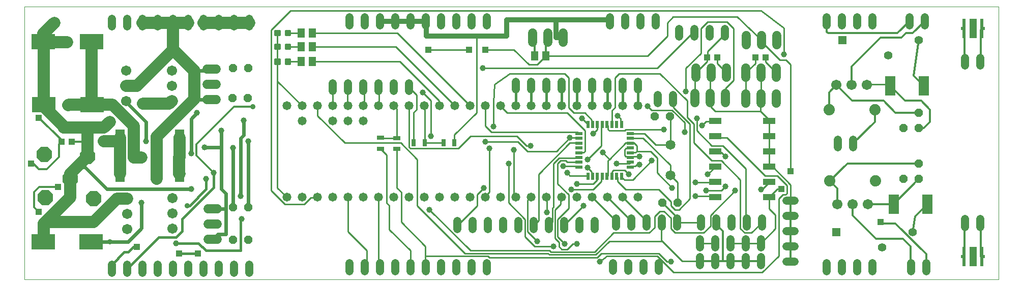
<source format=gtl>
G75*
%MOIN*%
%OFA0B0*%
%FSLAX25Y25*%
%IPPOS*%
%LPD*%
%AMOC8*
5,1,8,0,0,1.08239X$1,22.5*
%
%ADD10C,0.00000*%
%ADD11OC8,0.05200*%
%ADD12C,0.06000*%
%ADD13OC8,0.10000*%
%ADD14R,0.07900X0.04300*%
%ADD15C,0.05800*%
%ADD16C,0.06750*%
%ADD17R,0.05000X0.02200*%
%ADD18R,0.02200X0.05000*%
%ADD19C,0.06500*%
%ADD20C,0.05200*%
%ADD21R,0.15748X0.09843*%
%ADD22R,0.06181X0.11102*%
%ADD23R,0.03150X0.04724*%
%ADD24R,0.04724X0.03150*%
%ADD25R,0.05543X0.05543*%
%ADD26C,0.05543*%
%ADD27R,0.07087X0.12598*%
%ADD28C,0.07400*%
%ADD29R,0.05118X0.05906*%
%ADD30C,0.01181*%
%ADD31R,0.01969X0.12992*%
%ADD32R,0.01575X0.01969*%
%ADD33R,0.05118X0.12992*%
%ADD34R,0.03937X0.04331*%
%ADD35R,0.04331X0.03937*%
%ADD36C,0.00984*%
%ADD37C,0.03962*%
%ADD38C,0.02400*%
%ADD39C,0.01000*%
%ADD40C,0.01575*%
%ADD41C,0.01200*%
%ADD42R,0.03962X0.03962*%
%ADD43C,0.07874*%
%ADD44C,0.03569*%
%ADD45C,0.03200*%
%ADD46C,0.01600*%
D10*
X0115195Y0123933D02*
X0115195Y0302634D01*
X0753659Y0302634D01*
X0753659Y0123933D01*
X0115195Y0123933D01*
D11*
X0251967Y0149681D03*
X0261967Y0149681D03*
X0261967Y0171020D03*
X0251967Y0171020D03*
X0251573Y0242634D03*
X0261573Y0242634D03*
X0261967Y0262594D03*
X0251967Y0262594D03*
X0528089Y0230665D03*
X0538089Y0230665D03*
X0533148Y0174209D03*
X0543148Y0174209D03*
X0691396Y0189799D03*
X0701396Y0189799D03*
X0701396Y0199799D03*
X0701396Y0223264D03*
X0691396Y0223264D03*
X0701396Y0233264D03*
D12*
X0607974Y0239366D02*
X0607974Y0245366D01*
X0597974Y0245366D02*
X0597974Y0239366D01*
X0587974Y0239366D02*
X0587974Y0245366D01*
X0574510Y0245681D02*
X0574510Y0239681D01*
X0564510Y0239681D02*
X0564510Y0245681D01*
X0554510Y0245681D02*
X0554510Y0239681D01*
X0555297Y0256374D02*
X0555297Y0262374D01*
X0565297Y0262374D02*
X0565297Y0256374D01*
X0575297Y0256374D02*
X0575297Y0262374D01*
X0587974Y0262453D02*
X0587974Y0256453D01*
X0597974Y0256453D02*
X0597974Y0262453D01*
X0607974Y0262453D02*
X0607974Y0256453D01*
X0608100Y0277835D02*
X0608100Y0283835D01*
X0598100Y0283835D02*
X0598100Y0277835D01*
X0588100Y0277835D02*
X0588100Y0283835D01*
X0468112Y0285382D02*
X0468112Y0279382D01*
X0458112Y0279382D02*
X0458112Y0285382D01*
X0448112Y0285382D02*
X0448112Y0279382D01*
X0240793Y0261650D02*
X0234793Y0261650D01*
X0234793Y0251650D02*
X0240793Y0251650D01*
X0240793Y0241650D02*
X0234793Y0241650D01*
X0235581Y0169988D02*
X0241581Y0169988D01*
X0241581Y0159988D02*
X0235581Y0159988D01*
X0235581Y0149988D02*
X0241581Y0149988D01*
D13*
X0160510Y0176807D03*
X0145116Y0189878D03*
X0129014Y0177516D03*
X0128069Y0205665D03*
X0156415Y0204484D03*
D14*
X0567889Y0207634D03*
X0567889Y0217634D03*
X0567889Y0227634D03*
X0603289Y0227634D03*
X0603289Y0217634D03*
X0603289Y0207634D03*
X0603289Y0197634D03*
X0603289Y0187634D03*
X0603289Y0177634D03*
X0567889Y0177634D03*
X0567889Y0187634D03*
X0567889Y0197634D03*
D15*
X0517100Y0177862D03*
X0507100Y0177862D03*
X0497100Y0177862D03*
X0487100Y0177862D03*
X0477100Y0177862D03*
X0467100Y0177862D03*
X0457100Y0177862D03*
X0447100Y0177862D03*
X0437100Y0177862D03*
X0427100Y0177862D03*
X0417100Y0177862D03*
X0407100Y0177862D03*
X0397100Y0177862D03*
X0387100Y0177862D03*
X0377100Y0177862D03*
X0367100Y0177862D03*
X0357100Y0177862D03*
X0347100Y0177862D03*
X0337100Y0177862D03*
X0327100Y0177862D03*
X0317100Y0177862D03*
X0307100Y0177862D03*
X0297100Y0177862D03*
X0287100Y0177862D03*
X0297100Y0227862D03*
X0297100Y0237862D03*
X0287100Y0237862D03*
X0307100Y0237862D03*
X0317100Y0237862D03*
X0327100Y0237862D03*
X0337100Y0237862D03*
X0347100Y0237862D03*
X0357100Y0237862D03*
X0367100Y0237862D03*
X0377100Y0237862D03*
X0387100Y0237862D03*
X0397100Y0237862D03*
X0407100Y0237862D03*
X0417100Y0237862D03*
X0427100Y0237862D03*
X0437100Y0237862D03*
X0447100Y0237862D03*
X0457100Y0237862D03*
X0467100Y0237862D03*
X0477100Y0237862D03*
X0487100Y0237862D03*
X0497100Y0237862D03*
X0507100Y0237862D03*
X0517100Y0237862D03*
X0337100Y0227862D03*
X0327100Y0227862D03*
X0317100Y0227862D03*
D16*
X0211793Y0240941D03*
X0211793Y0250941D03*
X0211793Y0260941D03*
X0181998Y0260862D03*
X0181998Y0250862D03*
X0181998Y0240862D03*
X0182675Y0176650D03*
X0182675Y0166650D03*
X0182675Y0156650D03*
X0212085Y0157043D03*
X0212085Y0167043D03*
X0212085Y0177043D03*
X0647852Y0173146D03*
X0657852Y0173146D03*
X0667852Y0173146D03*
X0667360Y0251394D03*
X0657360Y0251394D03*
X0647360Y0251394D03*
D17*
X0512323Y0219531D03*
X0512323Y0216382D03*
X0512323Y0213232D03*
X0512323Y0210083D03*
X0512323Y0206933D03*
X0512323Y0203783D03*
X0512323Y0200634D03*
X0512323Y0197484D03*
X0478523Y0197484D03*
X0478523Y0200634D03*
X0478523Y0203783D03*
X0478523Y0206933D03*
X0478523Y0210083D03*
X0478523Y0213232D03*
X0478523Y0216382D03*
X0478523Y0219531D03*
D18*
X0484400Y0225408D03*
X0487549Y0225408D03*
X0490699Y0225408D03*
X0493848Y0225408D03*
X0496998Y0225408D03*
X0500148Y0225408D03*
X0503297Y0225408D03*
X0506447Y0225408D03*
X0506447Y0191608D03*
X0503297Y0191608D03*
X0500148Y0191608D03*
X0496998Y0191608D03*
X0493848Y0191608D03*
X0490699Y0191608D03*
X0487549Y0191608D03*
X0484400Y0191608D03*
D19*
X0538435Y0192185D03*
X0538435Y0212185D03*
D20*
X0540234Y0239443D02*
X0540234Y0244643D01*
X0530234Y0244643D02*
X0530234Y0239443D01*
X0517203Y0248302D02*
X0517203Y0253502D01*
X0507203Y0253502D02*
X0507203Y0248302D01*
X0497203Y0248302D02*
X0497203Y0253502D01*
X0487203Y0253502D02*
X0487203Y0248302D01*
X0477203Y0248302D02*
X0477203Y0253502D01*
X0467203Y0253502D02*
X0467203Y0248302D01*
X0457203Y0248302D02*
X0457203Y0253502D01*
X0447203Y0253502D02*
X0447203Y0248302D01*
X0437203Y0248302D02*
X0437203Y0253502D01*
X0367065Y0252517D02*
X0367065Y0247317D01*
X0357065Y0247317D02*
X0357065Y0252517D01*
X0347065Y0252517D02*
X0347065Y0247317D01*
X0337065Y0247317D02*
X0337065Y0252517D01*
X0327065Y0252517D02*
X0327065Y0247317D01*
X0317065Y0247317D02*
X0317065Y0252517D01*
X0328069Y0290624D02*
X0328069Y0295824D01*
X0338069Y0295824D02*
X0338069Y0290624D01*
X0348069Y0290624D02*
X0348069Y0295824D01*
X0358069Y0295824D02*
X0358069Y0290624D01*
X0368069Y0290624D02*
X0368069Y0295824D01*
X0378069Y0295824D02*
X0378069Y0290624D01*
X0388069Y0290624D02*
X0388069Y0295824D01*
X0398069Y0295824D02*
X0398069Y0290624D01*
X0408069Y0290624D02*
X0408069Y0295824D01*
X0418069Y0295824D02*
X0418069Y0290624D01*
X0498738Y0290624D02*
X0498738Y0295824D01*
X0508738Y0295824D02*
X0508738Y0290624D01*
X0518738Y0290624D02*
X0518738Y0295824D01*
X0528738Y0295824D02*
X0528738Y0290624D01*
X0544211Y0288210D02*
X0544211Y0283010D01*
X0554211Y0283010D02*
X0554211Y0288210D01*
X0564211Y0288210D02*
X0564211Y0283010D01*
X0574211Y0283010D02*
X0574211Y0288210D01*
X0640963Y0290624D02*
X0640963Y0295824D01*
X0650963Y0295824D02*
X0650963Y0290624D01*
X0660963Y0290624D02*
X0660963Y0295824D01*
X0670963Y0295824D02*
X0670963Y0290624D01*
X0695077Y0290624D02*
X0695077Y0295824D01*
X0705077Y0295824D02*
X0705077Y0290624D01*
X0731494Y0269250D02*
X0731494Y0264050D01*
X0741494Y0264050D02*
X0741494Y0269250D01*
X0658344Y0215608D02*
X0658344Y0210408D01*
X0648344Y0210408D02*
X0648344Y0215608D01*
X0619763Y0175429D02*
X0614563Y0175429D01*
X0614563Y0165429D02*
X0619763Y0165429D01*
X0619763Y0155429D02*
X0614563Y0155429D01*
X0598667Y0158538D02*
X0598667Y0163738D01*
X0588667Y0163738D02*
X0588667Y0158538D01*
X0578667Y0158538D02*
X0578667Y0163738D01*
X0568667Y0163738D02*
X0568667Y0158538D01*
X0558667Y0158538D02*
X0558667Y0163738D01*
X0542872Y0163690D02*
X0542872Y0158490D01*
X0532872Y0158490D02*
X0532872Y0163690D01*
X0522872Y0163690D02*
X0522872Y0158490D01*
X0512872Y0158490D02*
X0512872Y0163690D01*
X0502872Y0163690D02*
X0502872Y0158490D01*
X0488935Y0156766D02*
X0488935Y0161966D01*
X0478935Y0161966D02*
X0478935Y0156766D01*
X0468935Y0156766D02*
X0468935Y0161966D01*
X0458935Y0161966D02*
X0458935Y0156766D01*
X0448935Y0156766D02*
X0448935Y0161966D01*
X0438935Y0161966D02*
X0438935Y0156766D01*
X0428935Y0156766D02*
X0428935Y0161966D01*
X0418935Y0161966D02*
X0418935Y0156766D01*
X0408935Y0156766D02*
X0408935Y0161966D01*
X0398935Y0161966D02*
X0398935Y0156766D01*
X0398069Y0134407D02*
X0398069Y0129207D01*
X0388069Y0129207D02*
X0388069Y0134407D01*
X0378069Y0134407D02*
X0378069Y0129207D01*
X0368069Y0129207D02*
X0368069Y0134407D01*
X0358069Y0134407D02*
X0358069Y0129207D01*
X0348069Y0129207D02*
X0348069Y0134407D01*
X0338069Y0134407D02*
X0338069Y0129207D01*
X0328069Y0129207D02*
X0328069Y0134407D01*
X0262557Y0133423D02*
X0262557Y0128223D01*
X0252557Y0128223D02*
X0252557Y0133423D01*
X0242557Y0133423D02*
X0242557Y0128223D01*
X0232557Y0128223D02*
X0232557Y0133423D01*
X0222557Y0133423D02*
X0222557Y0128223D01*
X0212557Y0128223D02*
X0212557Y0133423D01*
X0202557Y0133423D02*
X0202557Y0128223D01*
X0192557Y0128223D02*
X0192557Y0133423D01*
X0182557Y0133423D02*
X0182557Y0128223D01*
X0172557Y0128223D02*
X0172557Y0133423D01*
X0408069Y0134407D02*
X0408069Y0129207D01*
X0418069Y0129207D02*
X0418069Y0134407D01*
X0500938Y0134607D02*
X0500938Y0129407D01*
X0510938Y0129407D02*
X0510938Y0134607D01*
X0520938Y0134607D02*
X0520938Y0129407D01*
X0530938Y0129407D02*
X0530938Y0134607D01*
X0557793Y0133144D02*
X0557793Y0138344D01*
X0567793Y0138344D02*
X0567793Y0133144D01*
X0577793Y0133144D02*
X0577793Y0138344D01*
X0577793Y0144955D02*
X0577793Y0150155D01*
X0567793Y0150155D02*
X0567793Y0144955D01*
X0557793Y0144955D02*
X0557793Y0150155D01*
X0587793Y0150155D02*
X0587793Y0144955D01*
X0597793Y0144955D02*
X0597793Y0150155D01*
X0614563Y0145429D02*
X0619763Y0145429D01*
X0619763Y0135429D02*
X0614563Y0135429D01*
X0597793Y0133144D02*
X0597793Y0138344D01*
X0587793Y0138344D02*
X0587793Y0133144D01*
X0640963Y0134407D02*
X0640963Y0129207D01*
X0650963Y0129207D02*
X0650963Y0134407D01*
X0660963Y0134407D02*
X0660963Y0129207D01*
X0670963Y0129207D02*
X0670963Y0134407D01*
X0696081Y0134407D02*
X0696081Y0129207D01*
X0706081Y0129207D02*
X0706081Y0134407D01*
X0731514Y0158243D02*
X0731514Y0163443D01*
X0741514Y0163443D02*
X0741514Y0158243D01*
X0262557Y0289640D02*
X0262557Y0294840D01*
X0252557Y0294840D02*
X0252557Y0289640D01*
X0242557Y0289640D02*
X0242557Y0294840D01*
X0232557Y0294840D02*
X0232557Y0289640D01*
X0222557Y0289640D02*
X0222557Y0294840D01*
X0212557Y0294840D02*
X0212557Y0289640D01*
X0202557Y0289640D02*
X0202557Y0294840D01*
X0192557Y0294840D02*
X0192557Y0289640D01*
X0182557Y0289640D02*
X0182557Y0294840D01*
X0172557Y0294840D02*
X0172557Y0289640D01*
D21*
X0159156Y0279642D03*
X0127659Y0279642D03*
X0128022Y0238547D03*
X0159518Y0238547D03*
X0158959Y0148539D03*
X0127463Y0148539D03*
D22*
X0177746Y0192972D03*
X0216801Y0192972D03*
X0216801Y0216831D03*
X0177746Y0216831D03*
D23*
X0370321Y0213461D03*
X0377407Y0213461D03*
X0389833Y0213461D03*
X0396919Y0213461D03*
D24*
X0359329Y0216413D03*
X0348423Y0216665D03*
X0348423Y0209579D03*
X0359329Y0209327D03*
D25*
X0647380Y0154858D03*
X0651317Y0280843D03*
D26*
X0681317Y0270843D03*
X0701317Y0280843D03*
X0697380Y0154858D03*
X0677380Y0144858D03*
D27*
X0684880Y0173146D03*
X0706927Y0173146D03*
X0704467Y0250902D03*
X0682419Y0250902D03*
D28*
X0672518Y0235154D03*
X0642518Y0235154D03*
X0643010Y0188402D03*
X0673010Y0188402D03*
D29*
X0457026Y0270587D03*
X0449545Y0270587D03*
X0303974Y0266650D03*
X0296494Y0266650D03*
X0296494Y0276492D03*
X0303974Y0276492D03*
X0303974Y0285350D03*
X0296494Y0285350D03*
D30*
X0289317Y0286728D02*
X0289317Y0283972D01*
X0286561Y0283972D01*
X0286561Y0286728D01*
X0289317Y0286728D01*
X0289317Y0285152D02*
X0286561Y0285152D01*
X0286561Y0286332D02*
X0289317Y0286332D01*
X0282411Y0286728D02*
X0282411Y0283972D01*
X0279655Y0283972D01*
X0279655Y0286728D01*
X0282411Y0286728D01*
X0282411Y0285152D02*
X0279655Y0285152D01*
X0279655Y0286332D02*
X0282411Y0286332D01*
X0282411Y0277870D02*
X0282411Y0275114D01*
X0279655Y0275114D01*
X0279655Y0277870D01*
X0282411Y0277870D01*
X0282411Y0276294D02*
X0279655Y0276294D01*
X0279655Y0277474D02*
X0282411Y0277474D01*
X0289317Y0277870D02*
X0289317Y0275114D01*
X0286561Y0275114D01*
X0286561Y0277870D01*
X0289317Y0277870D01*
X0289317Y0276294D02*
X0286561Y0276294D01*
X0286561Y0277474D02*
X0289317Y0277474D01*
X0289317Y0268028D02*
X0289317Y0265272D01*
X0286561Y0265272D01*
X0286561Y0268028D01*
X0289317Y0268028D01*
X0289317Y0266452D02*
X0286561Y0266452D01*
X0286561Y0267632D02*
X0289317Y0267632D01*
X0282411Y0268028D02*
X0282411Y0265272D01*
X0279655Y0265272D01*
X0279655Y0268028D01*
X0282411Y0268028D01*
X0282411Y0266452D02*
X0279655Y0266452D01*
X0279655Y0267632D02*
X0282411Y0267632D01*
X0731301Y0267028D02*
X0731301Y0287583D01*
X0742026Y0287583D02*
X0742026Y0267028D01*
X0742026Y0160382D02*
X0742026Y0138933D01*
X0731301Y0138933D02*
X0731301Y0160382D01*
D31*
X0730844Y0138697D03*
X0742656Y0138697D03*
X0742656Y0288303D03*
X0730844Y0288303D03*
D32*
X0729467Y0288303D03*
X0744033Y0288303D03*
X0744033Y0138697D03*
X0729467Y0138697D03*
D33*
X0736750Y0138697D03*
X0736750Y0288303D03*
D34*
X0600825Y0269602D03*
X0594132Y0269602D03*
X0569329Y0269602D03*
X0562636Y0269602D03*
D35*
X0146100Y0213992D03*
X0139407Y0213992D03*
D36*
X0281033Y0183929D02*
X0287100Y0177862D01*
X0281033Y0183929D02*
X0281033Y0253929D01*
X0297100Y0237862D01*
X0281033Y0253929D02*
X0281033Y0266650D01*
X0281033Y0276492D01*
X0281033Y0285350D01*
X0287939Y0285350D02*
X0296494Y0285350D01*
X0303974Y0285350D02*
X0359612Y0285350D01*
X0407100Y0237862D01*
X0411455Y0233185D02*
X0411455Y0283382D01*
X0406533Y0274524D02*
X0379959Y0274524D01*
X0361258Y0266650D02*
X0303974Y0266650D01*
X0296494Y0266650D02*
X0287939Y0266650D01*
X0287939Y0276492D02*
X0296494Y0276492D01*
X0303974Y0276492D02*
X0358470Y0276492D01*
X0397100Y0237862D01*
X0387100Y0237862D02*
X0386848Y0238114D01*
X0386848Y0241059D01*
X0361258Y0266650D01*
X0367065Y0249917D02*
X0372085Y0244898D01*
X0372085Y0235154D01*
X0370321Y0233390D01*
X0370321Y0213461D01*
X0377407Y0213461D02*
X0389833Y0213461D01*
X0396919Y0213461D02*
X0396919Y0218650D01*
X0411455Y0233185D01*
X0417100Y0237862D02*
X0417100Y0224587D01*
X0421297Y0220390D01*
X0477665Y0220390D01*
X0478523Y0219531D01*
X0512323Y0219531D02*
X0512449Y0219406D01*
X0521691Y0219406D01*
X0528817Y0212280D01*
X0538435Y0212185D01*
X0538482Y0230272D01*
X0538089Y0230665D01*
X0554510Y0242681D02*
X0554510Y0258587D01*
X0555297Y0259374D01*
X0562636Y0266713D01*
X0562636Y0269602D01*
X0563030Y0269996D01*
X0563030Y0273539D01*
X0574211Y0284720D01*
X0574211Y0285610D01*
X0582258Y0296177D02*
X0598100Y0280835D01*
X0598100Y0279807D01*
X0610274Y0267634D01*
X0614211Y0267634D01*
X0617163Y0264681D01*
X0617163Y0194799D01*
X0617163Y0185941D02*
X0605470Y0197634D01*
X0603289Y0197634D01*
X0603289Y0207634D01*
X0603289Y0217634D01*
X0603289Y0227634D01*
X0603289Y0228359D01*
X0597478Y0234169D01*
X0597478Y0241870D01*
X0597974Y0242366D01*
X0597974Y0259453D01*
X0594132Y0265610D02*
X0587974Y0259453D01*
X0587974Y0242366D01*
X0597478Y0234169D02*
X0567951Y0234169D01*
X0564998Y0237122D01*
X0564998Y0242193D01*
X0564510Y0242681D01*
X0564510Y0258587D01*
X0565297Y0259374D01*
X0569329Y0265343D02*
X0575297Y0259374D01*
X0569329Y0265343D02*
X0569329Y0269602D01*
X0594132Y0269602D02*
X0594132Y0265610D01*
X0600825Y0266602D02*
X0600825Y0269602D01*
X0600825Y0266602D02*
X0607974Y0259453D01*
X0536455Y0283382D02*
X0536455Y0292240D01*
X0540392Y0296177D01*
X0582258Y0296177D01*
X0536455Y0283382D02*
X0523659Y0270587D01*
X0457026Y0270587D01*
X0451120Y0264681D01*
X0445904Y0264681D01*
X0436061Y0274524D01*
X0417360Y0274524D01*
X0377407Y0237555D02*
X0377100Y0237862D01*
X0377407Y0237555D02*
X0377407Y0213461D01*
X0359329Y0216413D02*
X0359329Y0235634D01*
X0357100Y0237862D01*
X0359329Y0216413D02*
X0348675Y0216413D01*
X0348423Y0216665D01*
X0348423Y0209579D02*
X0352400Y0205602D01*
X0352400Y0174130D01*
X0354368Y0172161D01*
X0354368Y0156413D01*
X0368069Y0142713D01*
X0368069Y0131807D01*
X0377990Y0131886D02*
X0378069Y0131807D01*
X0377990Y0131886D02*
X0377990Y0139126D01*
X0377990Y0145587D01*
X0362242Y0161335D01*
X0362242Y0181020D01*
X0359329Y0183933D01*
X0359329Y0209327D01*
X0327100Y0177862D02*
X0327100Y0155138D01*
X0339604Y0142634D01*
X0339604Y0133343D01*
X0338069Y0131807D01*
X0487100Y0177862D02*
X0502872Y0162091D01*
X0502872Y0161090D01*
X0512872Y0161090D02*
X0512872Y0162091D01*
X0497100Y0177862D01*
X0507100Y0177862D02*
X0522872Y0162091D01*
X0522872Y0161090D01*
X0532518Y0161035D02*
X0532872Y0161090D01*
X0532518Y0161035D02*
X0532518Y0149524D01*
X0532823Y0149219D01*
X0546297Y0135744D01*
X0557793Y0135744D01*
X0557793Y0147555D02*
X0567793Y0147555D01*
X0577793Y0147555D02*
X0587793Y0147555D01*
X0597793Y0147555D01*
X0607321Y0157083D01*
X0607321Y0166256D01*
X0603289Y0170288D01*
X0603289Y0177634D01*
X0608643Y0182988D01*
X0611258Y0182988D01*
X0617163Y0185941D02*
X0617163Y0175429D01*
X0558667Y0161138D02*
X0543124Y0161138D01*
X0542872Y0161090D01*
X0542872Y0164484D01*
X0533148Y0174209D01*
X0543148Y0174209D02*
X0543148Y0187614D01*
X0538435Y0192185D01*
X0538482Y0198677D01*
X0520707Y0216453D01*
X0512394Y0216453D01*
X0512323Y0216382D01*
D37*
X0518262Y0204366D03*
X0526305Y0201685D03*
X0518262Y0199004D03*
X0511112Y0192748D03*
X0503069Y0199898D03*
X0494132Y0207047D03*
X0484301Y0202579D03*
X0484301Y0197217D03*
X0470896Y0193642D03*
X0468215Y0198110D03*
X0477152Y0186492D03*
X0473577Y0182917D03*
X0481620Y0172193D03*
X0457490Y0167724D03*
X0451234Y0148957D03*
X0461959Y0145382D03*
X0469108Y0147169D03*
X0477152Y0147169D03*
X0492238Y0135551D03*
X0538817Y0135551D03*
X0554904Y0178449D03*
X0562053Y0182024D03*
X0554904Y0187386D03*
X0562947Y0192748D03*
X0574565Y0184705D03*
X0580821Y0182024D03*
X0597801Y0182917D03*
X0574565Y0204366D03*
X0547754Y0220453D03*
X0559372Y0224921D03*
X0555797Y0229390D03*
X0534348Y0222240D03*
X0523624Y0237433D03*
X0503963Y0231177D03*
X0487876Y0219559D03*
X0472683Y0216878D03*
X0446766Y0211516D03*
X0436041Y0208835D03*
X0419955Y0209728D03*
X0417274Y0214197D03*
X0422636Y0224028D03*
X0381526Y0217772D03*
X0432467Y0199898D03*
X0416380Y0183811D03*
X0380632Y0169512D03*
X0261848Y0214484D03*
X0252006Y0210055D03*
X0244132Y0221374D03*
X0258896Y0228264D03*
X0228384Y0233185D03*
X0192951Y0239091D03*
X0171297Y0227280D03*
X0143738Y0238106D03*
X0167360Y0214484D03*
X0191967Y0203657D03*
X0194919Y0214484D03*
X0216573Y0203657D03*
X0224447Y0206610D03*
X0233305Y0210547D03*
X0239211Y0193815D03*
X0234289Y0189878D03*
X0224447Y0182988D03*
X0201809Y0189878D03*
X0191967Y0174130D03*
X0214604Y0147555D03*
X0257419Y0163303D03*
X0256927Y0178559D03*
X0376163Y0246370D03*
X0415486Y0262457D03*
X0480726Y0229390D03*
X0548648Y0247264D03*
X0612994Y0271394D03*
X0539711Y0183811D03*
D38*
X0261848Y0179012D02*
X0261967Y0171020D01*
X0251967Y0171020D02*
X0252006Y0178933D01*
X0252006Y0210055D01*
X0244132Y0210547D02*
X0233305Y0210547D01*
X0224447Y0206610D02*
X0224447Y0229248D01*
X0228384Y0233185D01*
X0226809Y0241650D02*
X0226415Y0242043D01*
X0226809Y0241650D02*
X0237793Y0241650D01*
X0258896Y0228264D02*
X0258896Y0218421D01*
X0256927Y0216453D01*
X0256927Y0178559D01*
X0261848Y0179012D02*
X0261848Y0214484D01*
X0244132Y0210547D02*
X0244132Y0221374D01*
X0244132Y0210547D02*
X0244132Y0182988D01*
X0247085Y0180035D01*
X0247085Y0170193D01*
X0247085Y0153461D01*
X0242053Y0153461D01*
X0238581Y0149988D01*
X0238581Y0169988D02*
X0238785Y0170193D01*
X0247085Y0170193D01*
X0224447Y0182988D02*
X0169329Y0182988D01*
X0155077Y0197240D01*
X0194919Y0214484D02*
X0194919Y0227280D01*
X0181998Y0240201D01*
X0181998Y0240862D01*
X0226415Y0260744D02*
X0236888Y0260744D01*
X0237793Y0261650D01*
X0191967Y0174130D02*
X0191967Y0157398D01*
X0183108Y0148539D01*
X0171297Y0148539D01*
X0158959Y0148539D01*
D39*
X0276963Y0182024D02*
X0276963Y0287480D01*
X0289474Y0299992D01*
X0597801Y0299992D01*
X0612994Y0288799D01*
X0612994Y0271394D01*
X0579927Y0288374D02*
X0575459Y0292843D01*
X0562947Y0292843D01*
X0558478Y0288374D01*
X0558478Y0272287D01*
X0548648Y0262457D01*
X0548648Y0247264D01*
X0549541Y0241008D02*
X0549541Y0230283D01*
X0554010Y0225815D01*
X0554010Y0213303D01*
X0565628Y0201685D01*
X0571884Y0201685D01*
X0584396Y0189173D01*
X0584396Y0157000D01*
X0587077Y0154319D01*
X0591545Y0154319D01*
X0597801Y0160575D01*
X0598667Y0161138D01*
X0588667Y0161138D02*
X0587970Y0161469D01*
X0587970Y0196323D01*
X0572778Y0211516D01*
X0565628Y0211516D01*
X0555797Y0221346D01*
X0555797Y0229390D01*
X0551329Y0225815D02*
X0540604Y0236539D01*
X0540604Y0241902D01*
X0540234Y0242043D01*
X0549541Y0241008D02*
X0531667Y0258882D01*
X0504856Y0258882D01*
X0502175Y0256201D01*
X0502175Y0236539D01*
X0500388Y0234752D01*
X0500388Y0225815D01*
X0500148Y0225408D01*
X0497707Y0224921D02*
X0496998Y0225408D01*
X0497707Y0224921D02*
X0497707Y0222240D01*
X0498600Y0221346D01*
X0508431Y0221346D01*
X0509325Y0222240D01*
X0534348Y0222240D01*
X0547754Y0220453D02*
X0547754Y0226709D01*
X0539711Y0234752D01*
X0526305Y0234752D01*
X0523624Y0237433D01*
X0505750Y0229390D02*
X0503963Y0231177D01*
X0505750Y0229390D02*
X0505750Y0225815D01*
X0506447Y0225408D01*
X0493848Y0225408D02*
X0493238Y0224921D01*
X0493238Y0211516D01*
X0484301Y0202579D01*
X0481620Y0207047D02*
X0482514Y0207941D01*
X0482514Y0221346D01*
X0470896Y0232965D01*
X0431573Y0232965D01*
X0427104Y0237433D01*
X0427100Y0237862D01*
X0422636Y0240075D02*
X0423266Y0251886D01*
X0433108Y0258776D01*
X0441404Y0258882D01*
X0469108Y0258882D01*
X0471789Y0256201D01*
X0471789Y0236539D01*
X0475364Y0232965D01*
X0482514Y0232965D01*
X0486982Y0228496D01*
X0486982Y0225815D01*
X0487549Y0225408D01*
X0490557Y0224921D02*
X0490699Y0225408D01*
X0490557Y0224921D02*
X0490557Y0222240D01*
X0487876Y0219559D01*
X0478523Y0216382D02*
X0478045Y0216878D01*
X0472683Y0216878D01*
X0463746Y0207941D01*
X0444978Y0207941D01*
X0438722Y0214197D01*
X0417274Y0214197D01*
X0419955Y0209728D02*
X0419955Y0181130D01*
X0417274Y0178449D01*
X0417100Y0177862D01*
X0411911Y0179343D02*
X0411911Y0172193D01*
X0399400Y0159681D01*
X0398935Y0159366D01*
X0407443Y0142701D02*
X0380632Y0169512D01*
X0372589Y0172193D02*
X0403868Y0140913D01*
X0458384Y0140913D01*
X0459278Y0140020D01*
X0489663Y0140020D01*
X0498600Y0148957D01*
X0532561Y0148957D01*
X0532823Y0149219D01*
X0524518Y0154319D02*
X0528093Y0157894D01*
X0528093Y0165043D01*
X0531667Y0168618D01*
X0534348Y0168618D01*
X0538817Y0164150D01*
X0538817Y0157000D01*
X0541498Y0154319D01*
X0560266Y0154319D01*
X0564734Y0158787D01*
X0564734Y0165937D01*
X0580821Y0182024D01*
X0574565Y0184705D02*
X0571884Y0182024D01*
X0562053Y0182024D01*
X0567415Y0178449D02*
X0554904Y0178449D01*
X0551329Y0176661D02*
X0551329Y0225815D01*
X0559372Y0224921D02*
X0562053Y0227602D01*
X0567415Y0227602D01*
X0567889Y0227634D01*
X0567889Y0217634D02*
X0568309Y0216878D01*
X0575459Y0216878D01*
X0600482Y0191854D01*
X0608526Y0191854D01*
X0614781Y0185598D01*
X0614781Y0180236D01*
X0613888Y0179343D01*
X0612100Y0179343D01*
X0609419Y0176661D01*
X0609419Y0139126D01*
X0598695Y0128402D01*
X0540604Y0128402D01*
X0529880Y0139126D01*
X0496813Y0139126D01*
X0492238Y0135551D01*
X0490557Y0138232D02*
X0419955Y0138232D01*
X0419061Y0139126D01*
X0377990Y0139126D01*
X0377951Y0139126D01*
X0407443Y0142701D02*
X0459278Y0142701D01*
X0460171Y0141807D01*
X0488770Y0141807D01*
X0501281Y0154319D01*
X0524518Y0154319D01*
X0530774Y0140913D02*
X0493238Y0140913D01*
X0490557Y0138232D01*
X0477152Y0147169D02*
X0474470Y0147169D01*
X0470896Y0143594D01*
X0467321Y0143594D01*
X0465533Y0145382D01*
X0465533Y0148063D01*
X0462852Y0150744D01*
X0462852Y0169512D01*
X0466427Y0173087D01*
X0466427Y0177555D01*
X0467100Y0177862D01*
X0471789Y0179343D02*
X0471789Y0170406D01*
X0464640Y0163256D01*
X0464640Y0151638D01*
X0469108Y0147169D01*
X0461959Y0145382D02*
X0449447Y0145382D01*
X0443191Y0151638D01*
X0443191Y0163256D01*
X0432467Y0173980D01*
X0432467Y0199898D01*
X0452128Y0192748D02*
X0452128Y0162362D01*
X0449447Y0159681D01*
X0448935Y0159366D01*
X0444978Y0155213D02*
X0444978Y0175768D01*
X0446766Y0177555D01*
X0447100Y0177862D01*
X0457100Y0177862D02*
X0457490Y0177555D01*
X0457490Y0167724D01*
X0461065Y0170406D02*
X0461065Y0161469D01*
X0459278Y0159681D01*
X0458935Y0159366D01*
X0468935Y0159366D02*
X0469108Y0159681D01*
X0481620Y0172193D01*
X0471789Y0179343D02*
X0464640Y0186492D01*
X0464640Y0199898D01*
X0466427Y0201685D01*
X0470002Y0201685D01*
X0470896Y0200791D01*
X0478045Y0200791D01*
X0478523Y0200634D01*
X0478045Y0198110D02*
X0478523Y0197484D01*
X0478045Y0198110D02*
X0468215Y0198110D01*
X0470896Y0193642D02*
X0472683Y0191854D01*
X0484301Y0191854D01*
X0484400Y0191608D01*
X0486982Y0191854D02*
X0486982Y0194535D01*
X0484301Y0197217D01*
X0478523Y0203783D02*
X0478045Y0203472D01*
X0465533Y0203472D01*
X0461959Y0199898D01*
X0461959Y0171299D01*
X0461065Y0170406D01*
X0473577Y0182917D02*
X0487876Y0182917D01*
X0493238Y0188280D01*
X0493238Y0190961D01*
X0493848Y0191608D01*
X0490699Y0191608D02*
X0490557Y0190961D01*
X0490557Y0189173D01*
X0487876Y0186492D01*
X0477152Y0186492D01*
X0486982Y0191854D02*
X0487549Y0191608D01*
X0496998Y0191608D02*
X0497707Y0191854D01*
X0497707Y0201685D01*
X0498600Y0202579D01*
X0494132Y0207047D01*
X0498600Y0202579D02*
X0509325Y0213303D01*
X0512006Y0213303D01*
X0512323Y0213232D01*
X0512900Y0213303D01*
X0514687Y0213303D01*
X0516474Y0211516D01*
X0516474Y0207941D01*
X0525411Y0207941D01*
X0529880Y0203472D01*
X0529880Y0193642D01*
X0539711Y0183811D01*
X0554904Y0187386D02*
X0567415Y0187386D01*
X0567889Y0187634D01*
X0562947Y0192748D02*
X0567415Y0197217D01*
X0567889Y0197634D01*
X0568309Y0207047D02*
X0567889Y0207634D01*
X0568309Y0207047D02*
X0571884Y0207047D01*
X0574565Y0204366D01*
X0598695Y0182917D02*
X0603163Y0187386D01*
X0603289Y0187634D01*
X0598695Y0182917D02*
X0597801Y0182917D01*
X0567889Y0177634D02*
X0567415Y0178449D01*
X0551329Y0176661D02*
X0544179Y0169512D01*
X0541498Y0169512D01*
X0538817Y0172193D01*
X0538817Y0174874D01*
X0530774Y0182917D01*
X0509325Y0182917D01*
X0503963Y0188280D01*
X0503963Y0190961D01*
X0503297Y0191608D01*
X0500388Y0191854D02*
X0500388Y0194535D01*
X0501281Y0195429D01*
X0508431Y0195429D01*
X0511112Y0192748D01*
X0513793Y0189173D02*
X0508431Y0189173D01*
X0506644Y0190961D01*
X0506447Y0191608D01*
X0500388Y0191854D02*
X0500148Y0191608D01*
X0503069Y0199898D02*
X0512006Y0199898D01*
X0512323Y0200634D01*
X0512900Y0198110D02*
X0512323Y0197484D01*
X0512900Y0198110D02*
X0515581Y0198110D01*
X0516474Y0199004D01*
X0518262Y0199004D01*
X0512900Y0204366D02*
X0512323Y0203783D01*
X0512006Y0204366D01*
X0509325Y0204366D01*
X0508431Y0205260D01*
X0508431Y0208835D01*
X0509325Y0209728D01*
X0512006Y0209728D01*
X0512323Y0210083D01*
X0512900Y0207047D02*
X0512323Y0206933D01*
X0512900Y0207047D02*
X0515581Y0207047D01*
X0516474Y0207941D01*
X0518262Y0204366D02*
X0512900Y0204366D01*
X0526305Y0201685D02*
X0513793Y0189173D01*
X0481620Y0207047D02*
X0478939Y0207047D01*
X0478523Y0206933D01*
X0478523Y0213232D02*
X0478045Y0213303D01*
X0472683Y0213303D01*
X0452128Y0192748D01*
X0436935Y0178449D02*
X0437100Y0177862D01*
X0436935Y0178449D02*
X0436041Y0179343D01*
X0436041Y0208835D01*
X0444085Y0211516D02*
X0437829Y0217772D01*
X0407443Y0217772D01*
X0399400Y0209728D01*
X0368120Y0209728D01*
X0367226Y0210622D01*
X0367226Y0237433D01*
X0367100Y0237862D01*
X0376163Y0246370D02*
X0381526Y0241008D01*
X0381526Y0217772D01*
X0372589Y0202579D02*
X0361864Y0213303D01*
X0325222Y0213303D01*
X0307348Y0231177D01*
X0307348Y0237433D01*
X0307100Y0237862D01*
X0317100Y0237862D02*
X0317179Y0238327D01*
X0317179Y0249051D01*
X0317065Y0249917D01*
X0327010Y0249051D02*
X0327065Y0249917D01*
X0327010Y0249051D02*
X0327010Y0238327D01*
X0327100Y0237862D01*
X0337100Y0237862D02*
X0337734Y0238327D01*
X0337734Y0249051D01*
X0337065Y0249917D01*
X0347065Y0249917D02*
X0347565Y0249051D01*
X0347565Y0238327D01*
X0347100Y0237862D01*
X0415486Y0262457D02*
X0529880Y0262457D01*
X0552222Y0284799D01*
X0554010Y0284799D01*
X0554211Y0285610D01*
X0579927Y0288374D02*
X0579927Y0254413D01*
X0574565Y0249051D01*
X0574565Y0242795D01*
X0574510Y0242681D01*
X0484400Y0225408D02*
X0484301Y0225815D01*
X0480726Y0229390D01*
X0446766Y0211516D02*
X0444085Y0211516D01*
X0422636Y0224028D02*
X0422636Y0240075D01*
X0422636Y0240114D01*
X0372589Y0202579D02*
X0372589Y0172193D01*
X0347100Y0177862D02*
X0347100Y0132776D01*
X0302880Y0177555D02*
X0298411Y0173087D01*
X0285900Y0173087D01*
X0276963Y0182024D01*
X0302880Y0177555D02*
X0306455Y0177555D01*
X0307100Y0177862D01*
X0411911Y0179343D02*
X0416380Y0183811D01*
X0444978Y0155213D02*
X0451234Y0148957D01*
X0530774Y0140913D02*
X0536136Y0135551D01*
X0538817Y0135551D01*
X0729467Y0138697D02*
X0729514Y0138933D01*
X0730407Y0138933D01*
X0730844Y0138697D01*
X0731301Y0138933D01*
X0742026Y0138933D02*
X0742656Y0138697D01*
X0742919Y0138933D01*
X0743813Y0138933D01*
X0744033Y0138697D01*
X0742026Y0160382D02*
X0741514Y0160843D01*
X0731514Y0160843D02*
X0731301Y0160382D01*
X0682419Y0250902D02*
X0681809Y0251732D01*
X0667510Y0251732D01*
X0667360Y0251394D01*
X0731301Y0267028D02*
X0731494Y0266650D01*
X0741494Y0266650D02*
X0742026Y0267028D01*
X0742026Y0287583D02*
X0742656Y0288303D01*
X0742919Y0288476D01*
X0743813Y0288476D01*
X0744033Y0288303D01*
X0731301Y0287583D02*
X0730844Y0288303D01*
X0730407Y0288476D01*
X0729514Y0288476D01*
X0729467Y0288303D01*
D40*
X0257419Y0163303D02*
X0256927Y0162319D01*
X0256927Y0142634D01*
X0234289Y0142634D01*
X0229368Y0147555D01*
X0214604Y0147555D01*
X0214604Y0151492D02*
X0203226Y0151492D01*
X0182557Y0130823D01*
X0214604Y0151492D02*
X0218541Y0155429D01*
X0218541Y0163303D01*
X0239211Y0183972D01*
X0239211Y0193815D01*
X0234289Y0189878D02*
X0234289Y0182988D01*
X0223463Y0172161D01*
X0221986Y0172161D01*
X0155077Y0197240D02*
X0152478Y0197240D01*
X0145116Y0189878D01*
X0155077Y0197240D02*
X0152124Y0200193D01*
D41*
X0137833Y0204150D02*
X0137833Y0212417D01*
X0139407Y0213992D01*
X0139407Y0215370D01*
X0124545Y0229740D01*
X0146100Y0213992D02*
X0155549Y0213992D01*
X0156533Y0213008D01*
X0137833Y0204150D02*
X0129959Y0196276D01*
X0124545Y0196276D01*
X0121100Y0199720D01*
X0119624Y0199720D01*
X0125037Y0184465D02*
X0121593Y0181020D01*
X0121593Y0171177D01*
X0124545Y0168224D01*
X0125037Y0184465D02*
X0137341Y0184465D01*
X0227892Y0205134D02*
X0239211Y0193815D01*
X0227892Y0205134D02*
X0227892Y0212516D01*
X0252498Y0237122D01*
X0264801Y0237122D01*
X0449545Y0270587D02*
X0449545Y0280949D01*
X0448112Y0282382D01*
X0457026Y0281295D02*
X0458112Y0282382D01*
X0457026Y0281295D02*
X0457026Y0270587D01*
X0640963Y0286157D02*
X0641770Y0285350D01*
X0687203Y0285350D01*
X0695077Y0293224D01*
X0692951Y0285350D02*
X0697203Y0285350D01*
X0705077Y0293224D01*
X0692951Y0285350D02*
X0689998Y0282398D01*
X0676219Y0282398D01*
X0657360Y0263539D01*
X0657360Y0251394D01*
X0647360Y0251394D02*
X0642518Y0246551D01*
X0642518Y0235154D01*
X0657695Y0241059D02*
X0647360Y0251394D01*
X0657695Y0241059D02*
X0678187Y0241059D01*
X0685982Y0233264D01*
X0701396Y0233264D01*
X0708699Y0235154D02*
X0702793Y0241059D01*
X0692262Y0241059D01*
X0682419Y0250902D01*
X0697872Y0257496D02*
X0704467Y0250902D01*
X0697872Y0257496D02*
X0701317Y0280843D01*
X0640963Y0286157D02*
X0640963Y0293224D01*
X0672518Y0235154D02*
X0672518Y0227181D01*
X0658344Y0213008D01*
X0654407Y0199799D02*
X0643010Y0188402D01*
X0647852Y0183559D01*
X0647852Y0173146D01*
X0657852Y0173146D02*
X0657852Y0165921D01*
X0673266Y0150508D01*
X0690982Y0150508D01*
X0695904Y0145587D01*
X0695904Y0131984D01*
X0696081Y0131807D01*
X0706081Y0131807D02*
X0706081Y0140331D01*
X0686061Y0160350D01*
X0677203Y0160350D01*
X0676219Y0161335D01*
X0697380Y0154858D02*
X0698856Y0165075D01*
X0706927Y0173146D01*
X0701396Y0189799D02*
X0684880Y0173283D01*
X0684880Y0173146D01*
X0667852Y0173146D01*
X0654407Y0199799D02*
X0701396Y0199799D01*
X0701396Y0223264D02*
X0704683Y0223264D01*
X0708699Y0227280D01*
X0708699Y0235154D01*
X0617163Y0175429D02*
X0617163Y0165429D01*
X0617163Y0155429D01*
X0617163Y0145429D01*
X0617163Y0135429D01*
X0597793Y0135744D02*
X0587793Y0135744D01*
X0577793Y0135744D01*
X0572872Y0135744D01*
X0572872Y0155429D01*
X0568667Y0159634D01*
X0568667Y0161138D01*
X0567793Y0135744D02*
X0557793Y0135744D01*
X0567793Y0135744D02*
X0572872Y0135744D01*
D42*
X0676219Y0161335D03*
X0611258Y0182988D03*
X0617163Y0194799D03*
X0417360Y0274524D03*
X0406533Y0274524D03*
X0379959Y0274524D03*
X0143246Y0279445D03*
X0124545Y0229740D03*
X0119624Y0199720D03*
X0137341Y0184465D03*
X0124545Y0168224D03*
X0189014Y0145094D03*
X0216573Y0140665D03*
X0228876Y0140665D03*
D43*
X0175785Y0176650D02*
X0160470Y0161335D01*
X0128974Y0161335D01*
X0127990Y0160350D01*
X0127990Y0149067D01*
X0127463Y0148539D01*
X0128974Y0161335D02*
X0145116Y0177476D01*
X0145116Y0189878D01*
X0145116Y0193185D01*
X0152124Y0200193D01*
X0156415Y0204484D01*
X0156533Y0204484D01*
X0156533Y0213008D01*
X0156533Y0223343D01*
X0167360Y0223343D01*
X0171297Y0227280D01*
X0156533Y0223343D02*
X0140785Y0223343D01*
X0140785Y0224327D01*
X0128022Y0237091D01*
X0128022Y0238547D01*
X0128022Y0279280D01*
X0127659Y0279642D01*
X0143246Y0279445D01*
X0134880Y0292240D02*
X0127659Y0285020D01*
X0127659Y0279642D01*
X0159156Y0279642D02*
X0159156Y0238909D01*
X0159518Y0238547D01*
X0172825Y0238547D01*
X0187045Y0224327D01*
X0187045Y0203657D01*
X0191967Y0203657D01*
X0177746Y0192972D02*
X0177746Y0214484D01*
X0177746Y0216831D01*
X0174250Y0214484D02*
X0167360Y0214484D01*
X0201809Y0217437D02*
X0226415Y0242043D01*
X0226415Y0260744D01*
X0212636Y0274524D01*
X0212557Y0292240D01*
X0202557Y0292240D01*
X0192557Y0292240D01*
X0212557Y0292240D02*
X0222557Y0292240D01*
X0232557Y0292240D02*
X0242557Y0292240D01*
X0252557Y0292240D01*
X0262557Y0292240D01*
X0212636Y0274524D02*
X0188974Y0250862D01*
X0181998Y0250862D01*
X0192951Y0239091D02*
X0209943Y0239091D01*
X0211793Y0240941D01*
X0216801Y0216831D02*
X0216801Y0203886D01*
X0216573Y0203657D01*
X0216573Y0193201D01*
X0216801Y0192972D01*
X0201809Y0189878D02*
X0201809Y0217437D01*
X0159518Y0238547D02*
X0144179Y0238547D01*
X0143738Y0238106D01*
X0175785Y0176650D02*
X0182675Y0176650D01*
D44*
X0221986Y0172161D03*
X0171297Y0148539D03*
X0127990Y0160350D03*
X0264801Y0237122D03*
D45*
X0177746Y0214484D02*
X0174250Y0214484D01*
X0348069Y0293224D02*
X0358069Y0293224D01*
X0368069Y0293224D01*
X0378069Y0293224D01*
X0378482Y0292811D01*
X0378482Y0283382D01*
X0411455Y0283382D01*
X0431140Y0283382D01*
X0431140Y0294209D01*
X0463620Y0294209D01*
X0463620Y0282382D01*
X0468112Y0282382D01*
X0463620Y0294209D02*
X0498738Y0294209D01*
X0498738Y0293224D01*
D46*
X0497203Y0250902D02*
X0497100Y0237862D01*
X0487100Y0237862D02*
X0487203Y0250902D01*
X0477203Y0250902D02*
X0477100Y0237862D01*
X0467100Y0237862D02*
X0467203Y0250902D01*
X0457203Y0250902D02*
X0457100Y0237862D01*
X0447100Y0237862D02*
X0447203Y0250902D01*
X0437203Y0250902D02*
X0437100Y0237862D01*
X0507100Y0237862D02*
X0507203Y0250902D01*
X0517203Y0250902D02*
X0517100Y0237862D01*
X0348069Y0131807D02*
X0347100Y0132776D01*
X0228876Y0140665D02*
X0216573Y0140665D01*
X0189014Y0145094D02*
X0186553Y0145094D01*
X0183108Y0141650D01*
X0180648Y0141650D01*
X0172557Y0133559D01*
X0172557Y0130823D01*
M02*

</source>
